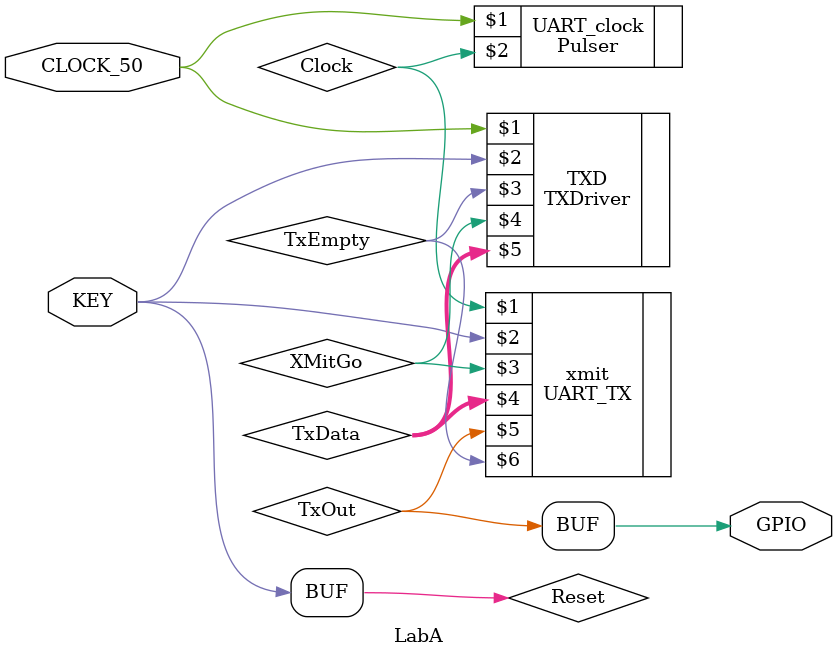
<source format=sv>
/* Authors:			Ammon Dodson & Jake McKenzie
 * Date:				May 25, 2018
 * Title:			UART LABORATORY ASSIGNMENT
 *Description:		In this module we instantiate two modules. Feeding them the needed clock
 *						which was asked of us in the assignment specifcations.
 *FOR GRADER:		INSTRUCTIONS FOR RUNNING EACH TESTBENCH ARE BELOW.
 *TXDriver:			do testTXDriver.do
 *UART_TX:			do testUART_TX.do
 *UART_RX:			do testUART_RX.do
 *NOTES:				THESE TESTBENCHES MIGHT YELL ABOUT ATTEMPTING AND FAILING TO LOAD
 *						A VSIM.WLF FILE. THIS FILE IS MACHINE DEPENDENT AND IS NOT
 *						IMPORTANT. IN OTHER WORDS IT IS NOT A WARNING WORTH WORRYING ABOUT.
 *						THIS WAS DEVELOPED ON A WINDOWS AND LINUX MACHINE AND THIS FILE
 *						IS PRODUCES BASED ON YOUR OPERATING SYSTEM.
 */

module LabA(input CLOCK_50,input [0:0]KEY,output [1:1]GPIO);
	logic Clock,Reset,Enable,TxEmpty,XMitGo,TxOut;
	logic [7:0]TxData;
	
	assign Reset    = KEY[0];
	assign GPIO[1]  = TxOut;
	
	// produce 38_400 baud signal
	Pulser #(1302) UART_clock(CLOCK_50, Clock);
	
	UART_TX #(8) xmit(Clock, Reset, XMitGo, TxData, TxOut, TxEmpty);
	
	TXDriver #(50_000_000) TXD(CLOCK_50,Reset,TxEmpty,XMitGo,TxData);
endmodule

</source>
